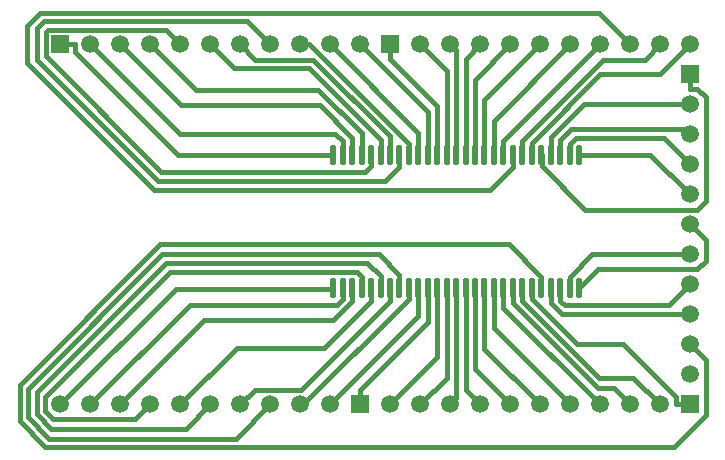
<source format=gtl>
G04 Layer: TopLayer*
G04 EasyEDA v6.5.29, 2023-07-16 09:38:32*
G04 6daab3e9de084c3e9e407c93523b43d4,e855215096054eb7bd5858a7ef804e70,10*
G04 Gerber Generator version 0.2*
G04 Scale: 100 percent, Rotated: No, Reflected: No *
G04 Dimensions in millimeters *
G04 leading zeros omitted , absolute positions ,4 integer and 5 decimal *
%FSLAX45Y45*%
%MOMM*%

%ADD10C,0.4000*%
%ADD11O,0.49999899999999997X1.7999964*%
%ADD12C,1.4986*%
%ADD13R,1.4986X1.4986*%

%LPD*%
D10*
X3468624Y1988565D02*
G01*
X3468624Y1981200D01*
X3073400Y1981200D01*
X3073400Y1981200D02*
G01*
X2133600Y1981200D01*
X1155700Y1003300D01*
X1663700Y1003300D02*
G01*
X2374900Y1714500D01*
X3302000Y1714500D01*
X3302000Y1714500D02*
G01*
X3464661Y1714500D01*
X3628516Y1878355D01*
X3628516Y1988489D01*
X3548532Y1988489D02*
G01*
X3548532Y1895398D01*
X3501593Y1848459D01*
X2254859Y1848459D01*
X1409700Y1003300D01*
X1917700Y1003300D02*
G01*
X1793747Y879347D01*
X1096441Y879347D01*
X1028852Y946937D01*
X1028852Y1067333D01*
X2088819Y2127300D01*
X3666210Y2127300D01*
X3708527Y2084984D01*
X3708527Y1988489D01*
X2171700Y1003300D02*
G01*
X2652268Y1483868D01*
X3393465Y1483868D01*
X3788511Y1878914D01*
X3788511Y1988489D01*
X3868521Y1988489D02*
G01*
X3868521Y2088261D01*
X3755186Y2201595D01*
X2047849Y2201595D01*
X957884Y1111630D01*
X957884Y921232D01*
X1081659Y797458D01*
X2219858Y797458D01*
X2425700Y1003300D01*
X2679700Y1003300D02*
G01*
X2804668Y1128268D01*
X3197885Y1128268D01*
X3948506Y1878888D01*
X3948506Y1988489D01*
X4028516Y1988489D02*
G01*
X4028516Y2101570D01*
X3853484Y2276602D01*
X2022347Y2276602D01*
X882142Y1136395D01*
X882142Y894257D01*
X1061999Y714400D01*
X2644800Y714400D01*
X2933700Y1003300D01*
X4108500Y1988489D02*
G01*
X4108500Y1896287D01*
X3215513Y1003300D01*
X3187700Y1003300D01*
X4188536Y1988489D02*
G01*
X4188536Y1750136D01*
X3441700Y1003300D01*
X4268495Y1988489D02*
G01*
X4268495Y1699132D01*
X3695700Y1126337D01*
X3695700Y1003300D02*
G01*
X3695700Y1126337D01*
X4348530Y1988489D02*
G01*
X4348530Y1402130D01*
X3949700Y1003300D01*
X4428490Y1988489D02*
G01*
X4428490Y1228089D01*
X4203700Y1003300D01*
X4508525Y1988489D02*
G01*
X4508525Y1054125D01*
X4457700Y1003300D01*
X4588509Y1988489D02*
G01*
X4588509Y1126489D01*
X4711700Y1003300D01*
X4668520Y1988489D02*
G01*
X4668520Y1300479D01*
X4965700Y1003300D01*
X4748504Y1988489D02*
G01*
X4748504Y1474495D01*
X5219700Y1003300D01*
X4828514Y1988489D02*
G01*
X4828514Y1648485D01*
X5473700Y1003300D01*
X4908499Y1988489D02*
G01*
X4908499Y1822500D01*
X5727700Y1003300D01*
X4988534Y1988489D02*
G01*
X4988534Y1862581D01*
X5709284Y1141831D01*
X5843168Y1141831D01*
X5981700Y1003300D01*
X5068519Y1988489D02*
G01*
X5068519Y1879168D01*
X5717692Y1229995D01*
X6009004Y1229995D01*
X6235700Y1003300D01*
X6366662Y1003300D02*
G01*
X6366662Y1064818D01*
X5920257Y1511223D01*
X5533034Y1511223D01*
X5148529Y1895729D01*
X5148529Y1988489D01*
X6489700Y1003300D02*
G01*
X6366662Y1003300D01*
X4268495Y3116910D02*
G01*
X4268495Y3478504D01*
X3695700Y4051300D01*
X4188536Y3116910D02*
G01*
X4188536Y3304463D01*
X3441700Y4051300D01*
X4108500Y3116910D02*
G01*
X4108500Y3208731D01*
X3265957Y4051274D01*
X3187700Y4051274D01*
X3187700Y4051300D01*
X4028516Y3116910D02*
G01*
X4028516Y3011728D01*
X3909923Y2893136D01*
X1980514Y2893136D01*
X955649Y3918000D01*
X955649Y4188028D01*
X1016177Y4248556D01*
X2736443Y4248556D01*
X2933700Y4051300D01*
X2679700Y4051300D02*
G01*
X2808376Y3922623D01*
X3298037Y3922623D01*
X3948506Y3272154D01*
X3948506Y3116910D01*
X3868521Y3116910D02*
G01*
X3868521Y3238754D01*
X3258896Y3848379D01*
X2628620Y3848379D01*
X2425700Y4051300D01*
X3788511Y3116910D02*
G01*
X3788511Y3026460D01*
X3734206Y2972155D01*
X2013508Y2972155D01*
X1032510Y3953154D01*
X1032510Y4153941D01*
X1053058Y4174489D01*
X2048509Y4174489D01*
X2171700Y4051300D01*
X1917700Y4051300D02*
G01*
X2301900Y3667099D01*
X3341827Y3667099D01*
X3708527Y3300399D01*
X3708527Y3116910D01*
X1663700Y4051300D02*
G01*
X2179116Y3535883D01*
X3355771Y3535883D01*
X3628516Y3263137D01*
X3628516Y3116910D01*
X1409700Y4051300D02*
G01*
X2166823Y3294176D01*
X3486937Y3294176D01*
X3548532Y3232581D01*
X3548532Y3116910D01*
X3468522Y3116910D02*
G01*
X2151608Y3116910D01*
X1278737Y3989781D01*
X1278737Y4051300D01*
X1155700Y4051300D02*
G01*
X1278737Y4051300D01*
X6489700Y4051300D02*
G01*
X6235776Y3797376D01*
X5728690Y3797376D01*
X5148529Y3217214D01*
X5148529Y3116910D01*
X6235700Y4051300D02*
G01*
X6104915Y3920515D01*
X5755259Y3920515D01*
X5068519Y3233775D01*
X5068519Y3116910D01*
X4988534Y3116910D02*
G01*
X4988534Y3013202D01*
X4796383Y2821051D01*
X1951075Y2821051D01*
X878560Y3893565D01*
X878560Y4208830D01*
X988060Y4318330D01*
X5714669Y4318330D01*
X5981700Y4051300D01*
X4908499Y3116910D02*
G01*
X4908499Y3232099D01*
X5727700Y4051300D01*
X4828514Y3116910D02*
G01*
X4828514Y3406114D01*
X5473700Y4051300D01*
X4748504Y3116910D02*
G01*
X4748504Y3580104D01*
X5219700Y4051300D01*
X4668520Y3116910D02*
G01*
X4668520Y3754120D01*
X4965700Y4051300D01*
X4588509Y3116910D02*
G01*
X4588509Y3928110D01*
X4711700Y4051300D01*
X4508525Y3116910D02*
G01*
X4508525Y4000474D01*
X4457700Y4051300D01*
X4428490Y3116910D02*
G01*
X4428490Y3826510D01*
X4203700Y4051300D01*
X4348530Y3116910D02*
G01*
X4348530Y3529431D01*
X3949700Y3928262D01*
X3949700Y4051300D02*
G01*
X3949700Y3928262D01*
X5228539Y1988489D02*
G01*
X5228539Y2085949D01*
X4954600Y2359888D01*
X2003450Y2359888D01*
X812825Y1169263D01*
X812825Y862736D01*
X1029614Y645947D01*
X6356146Y645947D01*
X6620484Y910285D01*
X6620484Y1380515D01*
X6489700Y1511300D01*
X5308523Y1988489D02*
G01*
X5308523Y1858543D01*
X5401767Y1765300D01*
X6489700Y1765300D01*
X5388533Y1988489D02*
G01*
X5388533Y1881784D01*
X5428106Y1842211D01*
X6312611Y1842211D01*
X6489700Y2019300D01*
X5468518Y1988489D02*
G01*
X5468518Y2084730D01*
X5657088Y2273300D01*
X6489700Y2273300D01*
X6489700Y2527300D02*
G01*
X6620332Y2396667D01*
X6620332Y2218207D01*
X6548424Y2146300D01*
X5706338Y2146300D01*
X5548528Y1988489D01*
X5548528Y3116910D02*
G01*
X6154089Y3116910D01*
X6489700Y2781300D01*
X5468518Y3116910D02*
G01*
X5468518Y3206140D01*
X5520639Y3258261D01*
X6266738Y3258261D01*
X6489700Y3035300D01*
X5388533Y3116910D02*
G01*
X5388533Y3243757D01*
X5483123Y3338347D01*
X6440652Y3338347D01*
X6489700Y3289300D01*
X5308523Y3116910D02*
G01*
X5308523Y3263645D01*
X5588177Y3543300D01*
X6489700Y3543300D01*
X5228539Y3116910D02*
G01*
X5232400Y3113049D01*
X5232425Y3113049D01*
X5232425Y3023539D01*
X5603240Y2652725D01*
X6549669Y2652725D01*
X6620484Y2723540D01*
X6620484Y3604996D01*
X6551218Y3674262D01*
X6489700Y3674262D01*
X6489700Y3797300D02*
G01*
X6489700Y3674262D01*
D11*
G01*
X3468522Y1988489D03*
G01*
X3548532Y1988489D03*
G01*
X3628516Y1988489D03*
G01*
X3708527Y1988489D03*
G01*
X3788511Y1988489D03*
G01*
X3868521Y1988489D03*
G01*
X3948506Y1988489D03*
G01*
X4028516Y1988489D03*
G01*
X4108500Y1988489D03*
G01*
X4188536Y1988489D03*
G01*
X4268495Y1988489D03*
G01*
X4348530Y1988489D03*
G01*
X4428490Y1988489D03*
G01*
X4508525Y1988489D03*
G01*
X4588509Y1988489D03*
G01*
X4668520Y1988489D03*
G01*
X4748504Y1988489D03*
G01*
X4828514Y1988489D03*
G01*
X4908499Y1988489D03*
G01*
X4988534Y1988489D03*
G01*
X5068519Y1988489D03*
G01*
X5148529Y1988489D03*
G01*
X5228539Y1988489D03*
G01*
X5308523Y1988489D03*
G01*
X5388533Y1988489D03*
G01*
X5468518Y1988489D03*
G01*
X5548528Y1988489D03*
G01*
X3468522Y3116910D03*
G01*
X3548532Y3116910D03*
G01*
X3628516Y3116910D03*
G01*
X3708527Y3116910D03*
G01*
X3788511Y3116910D03*
G01*
X3868521Y3116910D03*
G01*
X3948506Y3116910D03*
G01*
X4028516Y3116910D03*
G01*
X4108500Y3116910D03*
G01*
X4188536Y3116910D03*
G01*
X4268495Y3116910D03*
G01*
X4348530Y3116910D03*
G01*
X4428490Y3116910D03*
G01*
X4508525Y3116910D03*
G01*
X4588509Y3116910D03*
G01*
X4668520Y3116910D03*
G01*
X4748504Y3116910D03*
G01*
X4828514Y3116910D03*
G01*
X4908499Y3116910D03*
G01*
X4988534Y3116910D03*
G01*
X5068519Y3116910D03*
G01*
X5148529Y3116910D03*
G01*
X5228539Y3116910D03*
G01*
X5308523Y3116910D03*
G01*
X5388533Y3116910D03*
G01*
X5468518Y3116910D03*
G01*
X5548528Y3116910D03*
D12*
G01*
X1155700Y1003300D03*
G01*
X1409700Y1003300D03*
G01*
X1663700Y1003300D03*
G01*
X1917700Y1003300D03*
G01*
X2171700Y1003300D03*
G01*
X2425700Y1003300D03*
G01*
X2679700Y1003300D03*
G01*
X2933700Y1003300D03*
G01*
X3187700Y1003300D03*
G01*
X3441700Y1003300D03*
D13*
G01*
X3695700Y1003300D03*
D12*
G01*
X3949700Y1003300D03*
G01*
X4203700Y1003300D03*
G01*
X4457700Y1003300D03*
G01*
X4711700Y1003300D03*
G01*
X4965700Y1003300D03*
G01*
X5219700Y1003300D03*
G01*
X5473700Y1003300D03*
G01*
X5727700Y1003300D03*
G01*
X5981700Y1003300D03*
G01*
X6235700Y1003300D03*
D13*
G01*
X6489700Y1003300D03*
D12*
G01*
X3695700Y4051300D03*
G01*
X3441700Y4051300D03*
G01*
X3187700Y4051300D03*
G01*
X2933700Y4051300D03*
G01*
X2679700Y4051300D03*
G01*
X2425700Y4051300D03*
G01*
X2171700Y4051300D03*
G01*
X1917700Y4051300D03*
G01*
X1663700Y4051300D03*
G01*
X1409700Y4051300D03*
D13*
G01*
X1155700Y4051300D03*
D12*
G01*
X6489700Y4051300D03*
G01*
X6235700Y4051300D03*
G01*
X5981700Y4051300D03*
G01*
X5727700Y4051300D03*
G01*
X5473700Y4051300D03*
G01*
X5219700Y4051300D03*
G01*
X4965700Y4051300D03*
G01*
X4711700Y4051300D03*
G01*
X4457700Y4051300D03*
G01*
X4203700Y4051300D03*
D13*
G01*
X3949700Y4051300D03*
D12*
G01*
X6489700Y1257300D03*
G01*
X6489700Y1511300D03*
G01*
X6489700Y1765300D03*
G01*
X6489700Y2019300D03*
G01*
X6489700Y2273300D03*
G01*
X6489700Y2527300D03*
G01*
X6489700Y2781300D03*
G01*
X6489700Y3035300D03*
G01*
X6489700Y3289300D03*
G01*
X6489700Y3543300D03*
D13*
G01*
X6489700Y3797300D03*
M02*

</source>
